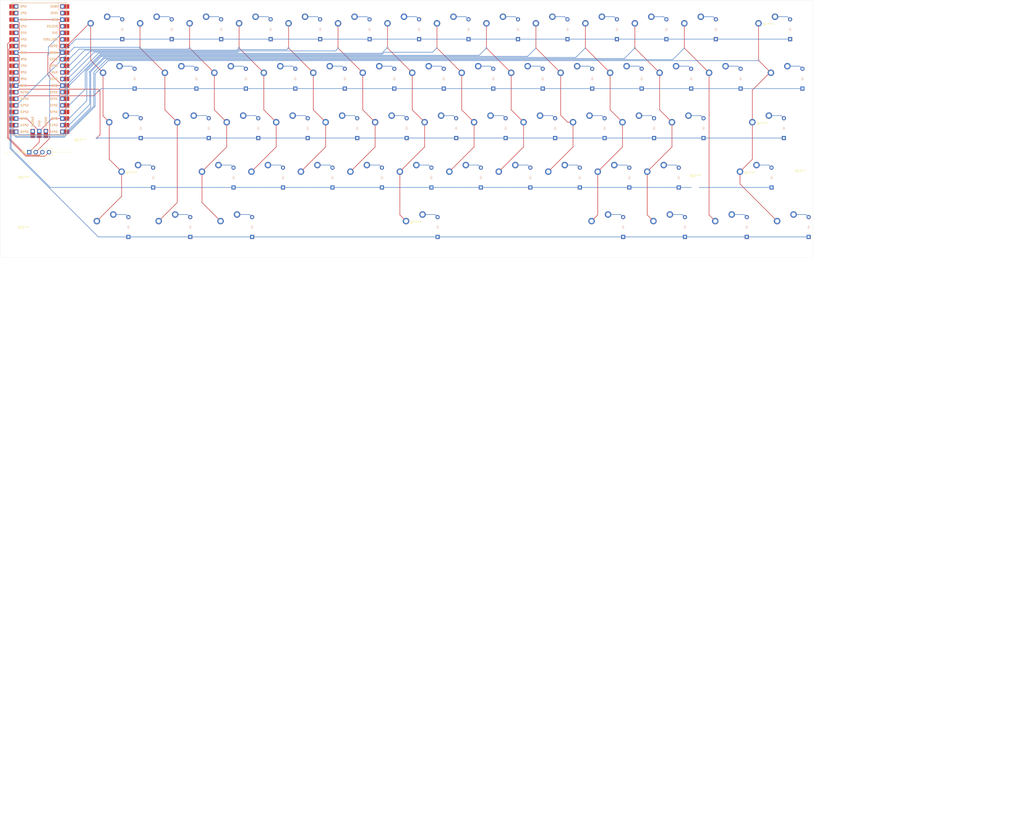
<source format=kicad_pcb>
(kicad_pcb (version 20241229) (generator "pcbnew") (generator_version "9.0")
  (layers (0 "F.Cu" signal) (2 "B.Cu" signal) (13 "F.Paste" user) (15 "B.Paste" user) (5 "F.SilkS" user "F.Silkscreen") (7 "B.SilkS" user "B.Silkscreen") (1 "F.Mask" user) (3 "B.Mask" user) (25 "Edge.Cuts" user))
  (net 0 "")
  (net 1 "Net-(D1-A)")
  (net 2 "ROW 0")
  (net 3 "Net-(D2-A)")
  (net 4 "ROW 2")
  (net 5 "ROW 3")
  (net 6 "Net-(D3-A)")
  (net 7 "ROW 1")
  (net 8 "Net-(D4-A)")
  (net 9 "ROW 4")
  (net 10 "Net-(D5-A)")
  (net 11 "Net-(D6-A)")
  (net 12 "Net-(D7-A)")
  (net 13 "Net-(D8-A)")
  (net 14 "Net-(D10-A)")
  (net 15 "Net-(D11-A)")
  (net 16 "Net-(D12-A)")
  (net 17 "Net-(D13-A)")
  (net 18 "Net-(D14-A)")
  (net 19 "Net-(D15-A)")
  (net 20 "Net-(D16-A)")
  (net 21 "Net-(D17-A)")
  (net 22 "Net-(D18-A)")
  (net 23 "Net-(D19-A)")
  (net 24 "Net-(D21-A)")
  (net 25 "Net-(D22-A)")
  (net 26 "Net-(D23-A)")
  (net 27 "Net-(D24-A)")
  (net 28 "Net-(D26-A)")
  (net 29 "Net-(D27-A)")
  (net 30 "Net-(D28-A)")
  (net 31 "Net-(D29-A)")
  (net 32 "Net-(D31-A)")
  (net 33 "Net-(D32-A)")
  (net 34 "Net-(D33-A)")
  (net 35 "Net-(D34-A)")
  (net 36 "Net-(D35-A)")
  (net 37 "Net-(D36-A)")
  (net 38 "Net-(D37-A)")
  (net 39 "Net-(D38-A)")
  (net 40 "Net-(D39-A)")
  (net 41 "Net-(D41-A)")
  (net 42 "Net-(D42-A)")
  (net 43 "Net-(D43-A)")
  (net 44 "Net-(D44-A)")
  (net 45 "Net-(D46-A)")
  (net 46 "Net-(D47-A)")
  (net 47 "Net-(D48-A)")
  (net 48 "Net-(D49-A)")
  (net 49 "Net-(D51-A)")
  (net 50 "Net-(D52-A)")
  (net 51 "Net-(D53-A)")
  (net 52 "Net-(D54-A)")
  (net 53 "Net-(D55-A)")
  (net 54 "Net-(D56-A)")
  (net 55 "Net-(D57-A)")
  (net 56 "Net-(D58-A)")
  (net 57 "Net-(D59-A)")
  (net 58 "Net-(D60-A)")
  (net 59 "Net-(D65-A)")
  (net 60 "Net-(D66-A)")
  (net 61 "Net-(D69-A)")
  (net 62 "Net-(D70-A)")
  (net 63 "Net-(D71-A)")
  (net 64 "Net-(D72-A)")
  (net 65 "Net-(D73-A)")
  (net 66 "Net-(D74-A)")
  (net 67 "COL 0")
  (net 68 "COL 1")
  (net 69 "COL 2")
  (net 70 "COL 3")
  (net 71 "COL 4")
  (net 72 "COL 5")
  (net 73 "COL 6")
  (net 74 "COL 7")
  (net 75 "COL 8")
  (net 76 "COL 9")
  (net 77 "COL 10")
  (net 78 "COL 11")
  (net 79 "COL 12")
  (net 80 "COL 13")
  (net 82 "GND")
  (net 94 "Net-(J1-Pin_2)")
  (net 95 "Net-(J1-Pin_3)")
  (net 96 "Net-(J1-Pin_4)")
  (footprint "ScottoKeebs_Scotto:MX_Solder_1.00u" (layer "F.Cu") (at 66.675 57.15)
    (property "Reference" "SW16" (hide yes))
    (property "Value" "SW_Push")
  )
  (footprint "MountingHole:MountingHole_3mm" (layer "F.Cu") (at 307.6 96.5)
    (property "Reference" "REF**")
    (property "Value" "MountingHole_3mm")
  )
  (footprint "ScottoKeebs_Stabilizer:Stabilizer_MX_2.00u" (layer "F.Cu") (at 292.89375 76.2)
    (property "Reference" "REF**")
    (property "Value" "Stabilizer_MX_2.00u")
  )
  (footprint "ScottoKeebs_Scotto:MX_Solder_1.00u" (layer "F.Cu") (at 257.175 57.15)
    (property "Reference" "SW26" (hide yes))
    (property "Value" "SW_Push")
  )
  (footprint "ScottoKeebs_Scotto:MX_Solder_1.00u" (layer "F.Cu") (at 242.8875 76.2)
    (property "Reference" "SW39" (hide yes))
    (property "Value" "SW_Push")
  )
  (footprint "ScottoKeebs_Stabilizer:Stabilizer_MX_2.00u" (layer "F.Cu") (at 50.00625 95.25)
    (property "Reference" "REF**")
    (property "Value" "Stabilizer_MX_2.00u")
  )
  (footprint "ScottoKeebs_Scotto:MX_Solder_1.00u" (layer "F.Cu") (at 292.89375 76.2)
    (property "Reference" "SW41" (hide yes))
    (property "Value" "SW_Push")
  )
  (footprint "ScottoKeebs_Scotto:MX_Solder_1.00u" (layer "F.Cu") (at 295.275 38.1)
    (property "Reference" "SW14" (hide yes))
    (property "Value" "SW_Push")
  )
  (footprint "ScottoKeebs_Scotto:MX_Solder_1.00u" (layer "F.Cu") (at 80.9625 95.25)
    (property "Reference" "SW43" (hide yes))
    (property "Value" "SW_Push")
  )
  (footprint "ScottoKeebs_Scotto:MX_Solder_1.00u" (layer "F.Cu") (at 95.25 38.1)
    (property "Reference" "SW4" (hide yes))
    (property "Value" "SW_Push")
  )
  (footprint "ScottoKeebs_Stabilizer:Stabilizer_MX_2.00u" (layer "F.Cu") (at 288.13125 95.25)
    (property "Reference" "REF**")
    (property "Value" "Stabilizer_MX_2.00u")
  )
  (footprint "ScottoKeebs_Scotto:MX_Solder_1.00u" (layer "F.Cu") (at 161.925 57.15)
    (property "Reference" "SW21" (hide yes))
    (property "Value" "SW_Push")
  )
  (footprint "ScottoKeebs_Scotto:MX_Solder_1.00u" (layer "F.Cu") (at 238.125 57.15)
    (property "Reference" "SW25" (hide yes))
    (property "Value" "SW_Push")
  )
  (footprint "ScottoKeebs_Scotto:MX_Solder_1.00u" (layer "F.Cu") (at 190.5 38.1)
    (property "Reference" "SW9" (hide yes))
    (property "Value" "SW_Push")
  )
  (footprint "ScottoKeebs_Scotto:MX_Solder_1.00u" (layer "F.Cu") (at 40.48125 114.3)
    (property "Reference" "SW54" (hide yes))
    (property "Value" "SW_Push")
  )
  (footprint "ScottoKeebs_Scotto:MX_Solder_1.00u" (layer "F.Cu") (at 38.1 38.1)
    (property "Reference" "SW1" (hide yes))
    (property "Value" "SW_Push")
  )
  (footprint "ScottoKeebs_Scotto:MX_Solder_1.00u" (layer "F.Cu") (at 119.0625 95.25)
    (property "Reference" "SW45" (hide yes))
    (property "Value" "SW_Push")
  )
  (footprint "ScottoKeebs_Scotto:MX_Solder_1.00u" (layer "F.Cu") (at 76.2 38.1)
    (property "Reference" "SW3" (hide yes))
    (property "Value" "SW_Push")
  )
  (footprint "MountingHole:MountingHole_3mm" (layer "F.Cu") (at 8.4 118.3)
    (property "Reference" "REF**")
    (property "Value" "MountingHole_3mm")
  )
  (footprint "ScottoKeebs_Stabilizer:Stabilizer_MX_2.00u" (layer "F.Cu") (at 295.275 38.1)
    (property "Reference" "REF**")
    (property "Value" "Stabilizer_MX_2.00u")
  )
  (footprint "ScottoKeebs_Scotto:MX_Solder_1.00u" (layer "F.Cu") (at 230.98125 114.3)
    (property "Reference" "SW58" (hide yes))
    (property "Value" "SW_Push")
  )
  (footprint "ScottoKeebs_Scotto:MX_Solder_1.00u" (layer "F.Cu") (at 195.2625 95.25)
    (property "Reference" "SW49" (hide yes))
    (property "Value" "SW_Push")
  )
  (footprint "ScottoKeebs_Scotto:MX_Solder_1.00u" (layer "F.Cu") (at 176.2125 95.25)
    (property "Reference" "SW48" (hide yes))
    (property "Value" "SW_Push")
  )
  (footprint "ScottoKeebs_Scotto:MX_Solder_1.00u" (layer "F.Cu") (at 123.825 57.15)
    (property "Reference" "SW19" (hide yes))
    (property "Value" "SW_Push")
  )
  (footprint "MountingHole:MountingHole_3mm" (layer "F.Cu") (at 8.5 99)
    (property "Reference" "REF**")
    (property "Value" "MountingHole_3mm")
  )
  (footprint "ScottoKeebs_Scotto:MX_Solder_1.00u" (layer "F.Cu") (at 266.7 38.1)
    (property "Reference" "SW13" (hide yes))
    (property "Value" "SW_Push")
  )
  (footprint "ScottoKeebs_Scotto:MX_Solder_1.00u" (layer "F.Cu") (at 128.5875 76.2)
    (property "Reference" "SW33" (hide yes))
    (property "Value" "SW_Push")
  )
  (footprint "ScottoKeebs_Scotto:MX_Solder_1.00u" (layer "F.Cu") (at 166.6875 76.2)
    (property "Reference" "SW35" (hide yes))
    (property "Value" "SW_Push")
  )
  (footprint "ScottoKeebs_Scotto:MX_Solder_1.00u" (layer "F.Cu") (at 278.60625 114.3)
    (property "Reference" "SW60" (hide yes))
    (property "Value" "SW_Push")
  )
  (footprint "ScottoKeebs_Scotto:MX_Solder_1.00u" (layer "F.Cu") (at 90.4875 76.2)
    (property "Reference" "SW31" (hide yes))
    (property "Value" "SW_Push")
  )
  (footprint "ScottoKeebs_Scotto:MX_Solder_1.00u" (layer "F.Cu") (at 302.41875 114.3)
    (property "Reference" "SW61" (hide yes))
    (property "Value" "SW_Push")
  )
  (footprint "ScottoKeebs_Scotto:MX_Solder_1.00u" (layer "F.Cu") (at 223.8375 76.2)
    (property "Reference" "SW38" (hide yes))
    (property "Value" "SW_Push")
  )
  (footprint "ScottoKeebs_Scotto:MX_Solder_1.00u" (layer "F.Cu") (at 185.7375 76.2)
    (property "Reference" "SW36" (hide yes))
    (property "Value" "SW_Push")
  )
  (footprint "MountingHole:MountingHole_3mm" (layer "F.Cu") (at 30.2 84.6)
    (property "Reference" "REF**")
    (property "Value" "MountingHole_3mm")
  )
  (footprint "ScottoKeebs_Scotto:MX_Solder_1.00u" (layer "F.Cu") (at 214.3125 95.25)
    (property "Reference" "SW50" (hide yes))
    (property "Value" "SW_Push")
  )
  (footprint "ScottoKeebs_Scotto:MX_Solder_1.00u" (layer "F.Cu") (at 228.6 38.1)
    (property "Reference" "SW11" (hide yes))
    (property "Value" "SW_Push")
  )
  (footprint "ScottoKeebs_Scotto:MX_Solder_1.00u" (layer "F.Cu") (at 288.13125 95.25)
    (property "Reference" "SW53" (hide yes))
    (property "Value" "SW_Push")
  )
  (footprint "ScottoKeebs_Scotto:MX_Solder_1.00u" (layer "F.Cu") (at 247.65 38.1)
    (property "Reference" "SW12" (hide yes))
    (property "Value" "SW_Push")
  )
  (footprint "ScottoKeebs_Scotto:MX_Solder_1.00u" (layer "F.Cu") (at 180.975 57.15)
    (property "Reference" "SW22" (hide yes))
    (property "Value" "SW_Push")
  )
  (footprint "ScottoKeebs_Scotto:MX_Solder_1.00u" (layer "F.Cu") (at 71.4375 76.2)
    (property "Reference" "SW30" (hide yes))
    (property "Value" "SW_Push")
  )
  (footprint "ScottoKeebs_Scotto:MX_Solder_1.00u" (layer "F.Cu") (at 133.35 38.1)
    (property "Reference" "SW6" (hide yes))
    (property "Value" "SW_Push")
  )
  (footprint "ScottoKeebs_Scotto:MX_Solder_1.00u" (layer "F.Cu") (at 100.0125 95.25)
    (property "Reference" "SW44" (hide yes))
    (property "Value" "SW_Push")
  )
  (footprint "ScottoKeebs_Scotto:MX_Solder_1.00u" (layer "F.Cu") (at 200.025 57.15)
    (property "Reference" "SW23" (hide yes))
    (property "Value" "SW_Push")
  )
  (footprint "ScottoKeebs_Scotto:MX_Solder_1.00u" (layer "F.Cu") (at 64.29375 114.3)
    (property "Reference" "SW55" (hide yes))
    (property "Value" "SW_Push")
  )
  (footprint "ScottoKeebs_Scotto:MX_Solder_1.00u" (layer "F.Cu") (at 104.775 57.15)
    (property "Reference" "SW18" (hide yes))
    (property "Value" "SW_Push")
  )
  (footprint "ScottoKeebs_Scotto:MX_Solder_1.00u" (layer "F.Cu") (at 114.3 38.1)
    (property "Reference" "SW5" (hide yes))
    (property "Value" "SW_Push")
  )
  (footprint "ScottoKeebs_Scotto:MX_Solder_1.00u" (layer "F.Cu") (at 152.4 38.1)
    (property "Reference" "SW7" (hide yes))
    (property "Value" "SW_Push")
  )
  (footprint "ScottoKeebs_Scotto:MX_Solder_1.00u" (layer "F.Cu") (at 138.1125 95.25)
    (property "Reference" "SW46" (hide yes))
    (property "Value" "SW_Push")
  )
  (footprint "ScottoKeebs_Scotto:MX_Solder_1.00u" (layer "F.Cu") (at 88.10625 114.3)
    (property "Reference" "SW56" (hide yes))
    (property "Value" "SW_Push")
  )
  (footprint "ScottoKeebs_MCU:Raspberry_Pi_Pico" (layer "F.Cu") (at 14.51 53.2)
    (property "Reference" "U1" (hide yes))
    (property "Value" "Raspberry_Pi_Pico" (hide yes))
  )
  (footprint "ScottoKeebs_Scotto:MX_Solder_1.00u" (layer "F.Cu") (at 42.8625 57.15)
    (property "Reference" "SW15" (hide yes))
    (property "Value" "SW_Push")
  )
  (footprint "ScottoKeebs_Scotto:MX_Solder_1.00u" (layer "F.Cu") (at 147.6375 76.2)
    (property "Reference" "SW34" (hide yes))
    (property "Value" "SW_Push")
  )
  (footprint "ScottoKeebs_Scotto:MX_Solder_1.00u" (layer "F.Cu") (at 50.00625 95.25)
    (property "Reference" "SW42" (hide yes))
    (property "Value" "SW_Push")
  )
  (footprint "MountingHole:MountingHole_3mm" (layer "F.Cu") (at 267.1 98.4)
    (property "Reference" "REF**")
    (property "Value" "MountingHole_3mm")
  )
  (footprint "ScottoKeebs_Stabilizer:Stabilizer_MX_6.25u" (layer "F.Cu") (at 159.54375 114.3)
    (property "Reference" "REF**")
    (property "Value" "Stabilizer_MX_6.25u")
  )
  (footprint "ScottoKeebs_Scotto:MX_Solder_1.00u" (layer "F.Cu") (at 171.45 38.1)
    (property "Reference" "SW8" (hide yes))
    (property "Value" "SW_Push")
  )
  (footprint "ScottoKeebs_Scotto:MX_Solder_1.00u" (layer "F.Cu") (at 261.9375 76.2)
    (property "Reference" "SW40" (hide yes))
    (property "Value" "SW_Push")
  )
  (footprint "ScottoKeebs_Scotto:MX_Solder_1.00u" (layer "F.Cu") (at 204.7875 76.2)
    (property "Reference" "SW37" (hide yes))
    (property "Value" "SW_Push")
  )
  (footprint "ScottoKeebs_Scotto:MX_Solder_1.00u" (layer "F.Cu") (at 85.725 57.15)
    (property "Reference" "SW17" (hide yes))
    (property "Value" "SW_Push")
  )
  (footprint "ScottoKeebs_Scotto:MX_Solder_1.00u" (layer "F.Cu") (at 159.54375 114.3)
    (property "Reference" "SW57" (hide yes))
    (property "Value" "SW_Push")
  )
  (footprint "ScottoKeebs_Scotto:MX_Solder_1.00u" (layer "F.Cu") (at 209.55 38.1)
    (property "Reference" "SW10" (hide yes))
    (property "Value" "SW_Push")
  )
  (footprint "ScottoKeebs_Scotto:MX_Solder_1.00u" (layer "F.Cu") (at 276.225 57.15)
    (property "Reference" "SW27" (hide yes))
    (property "Value" "SW_Push")
  )
  (footprint "Connector_PinHeader_2.54mm:PinHeader_1x04_P2.54mm_Vertical" (layer "F.Cu") (at 10.62 85.2 90)
    (property "Reference" "J1")
    (property "Value" "Conn_01x04")
  )
  (footprint "ScottoKeebs_Scotto:MX_Solder_1.00u" (layer "F.Cu") (at 252.4125 95.25)
    (property "Reference" "SW52" (hide yes))
    (property "Value" "SW_Push")
  )
  (footprint "ScottoKeebs_Scotto:MX_Solder_1.00u" (layer "F.Cu") (at 254.79375 114.3)
    (property "Reference" "SW59" (hide yes))
    (property "Value" "SW_Push")
  )
  (footprint "ScottoKeebs_Scotto:MX_Solder_1.00u" (layer "F.Cu") (at 233.3625 95.25)
    (property "Reference" "SW51" (hide yes))
    (property "Value" "SW_Push")
  )
  (footprint "ScottoKeebs_Scotto:MX_Solder_1.00u" (layer "F.Cu") (at 45.24375 76.2)
    (property "Reference" "SW29" (hide yes))
    (property "Value" "SW_Push")
  )
  (footprint "ScottoKeebs_Scotto:MX_Solder_1.00u" (layer "F.Cu") (at 142.875 57.15)
    (property "Reference" "SW20" (hide yes))
    (property "Value" "SW_Push")
  )
  (footprint "ScottoKeebs_Scotto:MX_Solder_1.00u" (layer "F.Cu") (at 300.0375 57.15)
    (property "Reference" "SW28" (hide yes))
    (property "Value" "SW_Push")
  )
  (footprint "ScottoKeebs_Scotto:MX_Solder_1.00u" (layer "F.Cu") (at 219.075 57.15)
    (property "Reference" "SW24" (hide yes))
    (property "Value" "SW_Push")
  )
  (footprint "ScottoKeebs_Scotto:MX_Solder_1.00u" (layer "F.Cu") (at 109.5375 76.2)
    (property "Reference" "SW32" (hide yes))
    (property "Value" "SW_Push")
  )
  (footprint "ScottoKeebs_Scotto:MX_Solder_1.00u" (layer "F.Cu") (at 157.1625 95.25)
    (property "Reference" "SW47" (hide yes))
    (property "Value" "SW_Push")
  )
  (footprint "ScottoKeebs_Scotto:MX_Solder_1.00u" (layer "F.Cu") (at 57.15 38.1)
    (property "Reference" "SW2" (hide yes))
    (property "Value" "SW_Push")
  )
  (footprint "ScottoKeebs_Components:Diode_DO-35" (layer "B.Cu") (at 136.925 79.75 90)
    (property "Reference" "D23" (hide yes))
    (property "Value" "D" (hide yes))
  )
  (footprint "ScottoKeebs_Components:Diode_DO-35" (layer "B.Cu") (at 89.3 98.8 90)
    (property "Reference" "D14" (hide yes))
    (property "Value" "D" (hide yes))
  )
  (footprint "ScottoKeebs_Components:Diode_DO-35" (layer "B.Cu") (at 94.0625 60.7 90)
    (property "Reference" "D12" (hide yes))
    (property "Value" "D" (hide yes))
  )
  (footprint "ScottoKeebs_Components:Diode_DO-35" (layer "B.Cu") (at 284.5625 60.7 90)
    (property "Reference" "D66" (hide yes))
    (property "Value" "D" (hide yes))
  )
  (footprint "ScottoKeebs_Components:Diode_DO-35" (layer "B.Cu") (at 170.2625 60.7 90)
    (property "Reference" "D32" (hide yes))
    (property "Value" "D" (hide yes))
  )
  (footprint "ScottoKeebs_Components:Diode_DO-35" (layer "B.Cu") (at 208.3625 60.7 90)
    (property "Reference" "D42" (hide yes))
    (property "Value" "D" (hide yes))
  )
  (footprint "ScottoKeebs_Components:Diode_DO-35" (layer "B.Cu") (at 184.55 98.8 90)
    (property "Reference" "D39" (hide yes))
    (property "Value" "D" (hide yes))
  )
  (footprint "ScottoKeebs_Components:Diode_DO-35" (layer "B.Cu") (at 265.5125 60.7 90)
    (property "Reference" "D57" (hide yes))
    (property "Value" "D" (hide yes))
  )
  (footprint "ScottoKeebs_Components:Diode_DO-35" (layer "B.Cu") (at 263.13125 117.85 90)
    (property "Reference" "D60" (hide yes))
    (property "Value" "D" (hide yes))
  )
  (footprint "ScottoKeebs_Components:Diode_DO-35" (layer "B.Cu") (at 308.375 60.7 90)
    (property "Reference" "D71" (hide yes))
    (property "Value" "D" (hide yes))
  )
  (footprint "ScottoKeebs_Components:Diode_DO-35" (layer "B.Cu") (at 217.8875 41.65 90)
    (property "Reference" "D46" (hide yes))
    (property "Value" "D" (hide yes))
  )
  (footprint "ScottoKeebs_Components:Diode_DO-35" (layer "B.Cu") (at 286.94375 117.85 90)
    (property "Reference" "D69" (hide yes))
    (property "Value" "D" (hide yes))
  )
  (footprint "ScottoKeebs_Components:Diode_DO-35" (layer "B.Cu") (at 227.4125 60.7 90)
    (property "Reference" "D47" (hide yes))
    (property "Value" "D" (hide yes))
  )
  (footprint "ScottoKeebs_Components:Diode_DO-35" (layer "B.Cu") (at 236.9375 41.65 90)
    (property "Reference" "D51" (hide yes))
    (property "Value" "D" (hide yes))
  )
  (footprint "ScottoKeebs_Components:Diode_DO-35" (layer "B.Cu") (at 108.35 98.8 90)
    (property "Reference" "D19" (hide yes))
    (property "Value" "D" (hide yes))
  )
  (footprint "ScottoKeebs_Components:Diode_DO-35" (layer "B.Cu") (at 260.75 98.8 90)
    (property "Reference" "D59" (hide yes))
    (property "Value" "D" (hide yes))
  )
  (footprint "ScottoKeebs_Components:Diode_DO-35" (layer "B.Cu") (at 198.8375 41.65 90)
    (property "Reference" "D41" (hide yes))
    (property "Value" "D" (hide yes))
  )
  (footprint "ScottoKeebs_Components:Diode_DO-35" (layer "B.Cu") (at 46.4375 41.65 90)
    (property "Reference" "D1" (hide yes))
    (property "Value" "D" (hide yes))
  )
  (footprint "ScottoKeebs_Components:Diode_DO-35" (layer "B.Cu") (at 75.0125 60.7 90)
    (property "Reference" "D7" (hide yes))
    (property "Value" "D" (hide yes))
  )
  (footprint "ScottoKeebs_Components:Diode_DO-35" (layer "B.Cu") (at 96.44375 117.85 90)
    (property "Reference" "D15" (hide yes))
    (property "Value" "D" (hide yes))
  )
  (footprint "ScottoKeebs_Components:Diode_DO-35" (layer "B.Cu") (at 141.6875 41.65 90)
    (property "Reference" "D26" (hide yes))
    (property "Value" "D" (hide yes))
  )
  (footprint "ScottoKeebs_Components:Diode_DO-35" (layer "B.Cu") (at 151.2125 60.7 90)
    (property "Reference" "D27" (hide yes))
    (property "Value" "D" (hide yes))
  )
  (footprint "ScottoKeebs_Components:Diode_DO-35" (layer "B.Cu") (at 222.65 98.8 90)
    (property "Reference" "D49" (hide yes))
    (property "Value" "D" (hide yes))
  )
  (footprint "ScottoKeebs_Components:Diode_DO-35" (layer "B.Cu") (at 203.6 98.8 90)
    (property "Reference" "D44" (hide yes))
    (property "Value" "D" (hide yes))
  )
  (footprint "ScottoKeebs_Components:Diode_DO-35" (layer "B.Cu") (at 72.63125 117.85 90)
    (property "Reference" "D10" (hide yes))
    (property "Value" "D" (hide yes))
  )
  (footprint "ScottoKeebs_Components:Diode_DO-35" (layer "B.Cu") (at 155.975 79.75 90)
    (property "Reference" "D28" (hide yes))
    (property "Value" "D" (hide yes))
  )
  (footprint "ScottoKeebs_Components:Diode_DO-35" (layer "B.Cu") (at 310.75625 117.85 90)
    (property "Reference" "D74" (hide yes))
    (property "Value" "D" (hide yes))
  )
  (footprint "ScottoKeebs_Components:Diode_DO-35" (layer "B.Cu") (at 303.6125 41.65 90)
    (property "Reference" "D70" (hide yes))
    (property "Value" "D" (hide yes))
  )
  (footprint "ScottoKeebs_Components:Diode_DO-35" (layer "B.Cu") (at 239.31875 117.85 90)
    (property "Reference" "D55" (hide yes))
    (property "Value" "D" (hide yes))
  )
  (footprint "ScottoKeebs_Components:Diode_DO-35" (layer "B.Cu") (at 113.1125 60.7 90)
    (property "Reference" "D17" (hide yes))
    (property "Value" "D" (hide yes))
  )
  (footprint "ScottoKeebs_Components:Diode_DO-35" (layer "B.Cu") (at 167.88125 117.85 90)
    (property "Reference" "D35" (hide yes))
    (property "Value" "D" (hide yes))
  )
  (footprint "ScottoKeebs_Components:Diode_DO-35" (layer "B.Cu") (at 103.5875 41.65 90)
    (property "Reference" "D16" (hide yes))
    (property "Value" "D" (hide yes))
  )
  (footprint "ScottoKeebs_Components:Diode_DO-35" (layer "B.Cu") (at 58.34375 98.8 90)
    (property "Reference" "D3" (hide yes))
    (property "Value" "D" (hide yes))
  )
  (footprint "ScottoKeebs_Components:Diode_DO-35" (layer "B.Cu") (at 296.46875 98.8 90)
    (property "Reference" "D73" (hide yes))
    (property "Value" "D" (hide yes))
  )
  (footprint "ScottoKeebs_Components:Diode_DO-35" (layer "B.Cu") (at 65.4875 41.65 90)
    (property "Reference" "D6" (hide yes))
    (property "Value" "D" (hide yes))
  )
  (footprint "ScottoKeebs_Components:Diode_DO-35" (layer "B.Cu") (at 175.025 79.75 90)
    (property "Reference" "D33" (hide yes))
    (property "Value" "D" (hide yes))
  )
  (footprint "ScottoKeebs_Components:Diode_DO-35" (layer "B.Cu") (at 84.5375 41.65 90)
    (property "Reference" "D11" (hide yes))
    (property "Value" "D" (hide yes))
  )
  (footprint "ScottoKeebs_Components:Diode_DO-35" (layer "B.Cu") (at 51.2 60.7 90)
    (property "Reference" "D4" (hide yes))
    (property "Value" "D" (hide yes))
  )
  (footprint "ScottoKeebs_Components:Diode_DO-35" (layer "B.Cu") (at 232.175 79.75 90)
    (property "Reference" "D48" (hide yes))
    (property "Value" "D" (hide yes))
  )
  (footprint "ScottoKeebs_Components:Diode_DO-35" (layer "B.Cu") (at 132.1625 60.7 90)
    (property "Reference" "D22" (hide yes))
    (property "Value" "D" (hide yes))
  )
  (footprint "ScottoKeebs_Components:Diode_DO-35" (layer "B.Cu") (at 165.5 98.8 90)
    (property "Reference" "D34" (hide yes))
    (property "Value" "D" (hide yes))
  )
  (footprint "ScottoKeebs_Components:Diode_DO-35" (layer "B.Cu") (at 122.6375 41.65 90)
    (property "Reference" "D21" (hide yes))
    (property "Value" "D" (hide yes))
  )
  (footprint "ScottoKeebs_Components:Diode_DO-35" (layer "B.Cu") (at 270.275 79.75 90)
    (property "Reference" "D58" (hide yes))
    (property "Value" "D" (hide yes))
  )
  (footprint "ScottoKeebs_Components:Diode_DO-35" (layer "B.Cu") (at 179.7875 41.65 90)
    (property "Reference" "D36" (hide yes))
    (property "Value" "D" (hide yes))
  )
  (footprint "ScottoKeebs_Components:Diode_DO-35" (layer "B.Cu") (at 301.23125 79.75 90)
    (property "Reference" "D72" (hide yes))
    (property "Value" "D" (hide yes))
  )
  (footprint "ScottoKeebs_Components:Diode_DO-35" (layer "B.Cu") (at 189.3125 60.7 90)
    (property "Reference" "D37" (hide yes))
    (property "Value" "D" (hide yes))
  )
  (footprint "ScottoKeebs_Components:Diode_DO-35" (layer "B.Cu") (at 255.9875 41.65 90)
    (property "Reference" "D56" (hide yes))
    (property "Value" "D" (hide yes))
  )
  (footprint "ScottoKeebs_Components:Diode_DO-35" (layer "B.Cu") (at 117.875 79.75 90)
    (property "Reference" "D18" (hide yes))
    (property "Value" "D" (hide yes))
  )
  (footprint "ScottoKeebs_Components:Diode_DO-35" (layer "B.Cu") (at 53.58125 79.75 90)
    (property "Reference" "D2" (hide yes))
    (property "Value" "D" (hide yes))
  )
  (footprint "ScottoKeebs_Components:Diode_DO-35" (layer "B.Cu") (at 251.225 79.75 90)
    (property "Reference" "D53" (hide yes))
    (property "Value" "D" (hide yes))
  )
  (footprint "ScottoKeebs_Components:Diode_DO-35" (layer "B.Cu") (at 146.45 98.8 90)
    (property "Reference" "D29" (hide yes))
    (property "Value" "D" (hide yes))
  )
  (footprint "ScottoKeebs_Components:Diode_DO-35" (layer "B.Cu") (at 275.0375 41.65 90)
    (property "Reference" "D65" (hide yes))
    (property "Value" "D" (hide yes))
  )
  (footprint "ScottoKeebs_Components:Diode_DO-35" (layer "B.Cu") (at 241.7 98.8 90)
    (property "Reference" "D54" (hide yes))
    (property "Value" "D" (hide yes))
  )
  (footprint "ScottoKeebs_Components:Diode_DO-35" (layer "B.Cu") (at 213.125 79.75 90)
    (property "Reference" "D43" (hide yes))
    (property "Value" "D" (hide yes))
  )
  (footprint "ScottoKeebs_Components:Diode_DO-35" (layer "B.Cu") (at 98.825 79.75 90)
    (property "Reference" "D13" (hide yes))
    (property "Value" "D" (hide yes))
  )
  (footprint "ScottoKeebs_Components:Diode_DO-35" (layer "B.Cu") (at 127.4 98.8 90)
    (property "Reference" "D24" (hide yes))
    (property "Value" "D" (hide yes))
  )
  (footprint "ScottoKeebs_Components:Diode_DO-35" (layer "B.Cu") (at 79.775 79.75 90)
    (property "Reference" "D8" (hide yes))
    (property "Value" "D" (hide yes))
  )
  (footprint "ScottoKeebs_Components:Diode_DO-35" (layer "B.Cu") (at 246.4625 60.7 90)
    (property "Reference" "D52" (hide yes))
    (property "Value" "D" (hide yes))
  )
  (footprint "ScottoKeebs_Components:Diode_DO-35" (layer "B.Cu") (at 194.075 79.75 90)
    (property "Reference" "D38" (hide yes))
    (property "Value" "D" (hide yes))
  )
  (footprint "ScottoKeebs_Components:Diode_DO-35" (layer "B.Cu") (at 48.81875 117.85 90)
    (property "Reference" "D5" (hide yes))
    (property "Value" "D" (hide yes))
  )
  (footprint "ScottoKeebs_Components:Diode_DO-35" (layer "B.Cu") (at 160.7375 41.65 90)
    (property "Reference" "D31" (hide yes))
    (property "Value" "D" (hide yes))
  )
  (gr_line (start 28 85.2) (end 18.2 85.2) (stroke (width 0.1)) (layer "F.SilkS"))
  (gr_line (start 10.7 85.2) (end 0.9 85.2) (stroke (width 0.1)) (layer "F.SilkS"))
  (gr_rect (start -0.6 26.6) (end 312.3 125.8) (stroke (width 0.05)) (fill no) (layer "Edge.Cuts"))
  (segment (start 45.4275 33.02) (end 46.4375 34.03) (width 0.2) (layer "B.Cu") (net 1))
  (segment (start 40.64 33.02) (end 45.4275 33.02) (width 0.2) (layer "B.Cu") (net 1))
  (segment (start 303.6125 41.65) (end 46.4375 41.65) (width 0.2) (layer "B.Cu") (net 2))
  (segment (start 22.249 50.541) (end 5.62 67.17) (width 0.2) (layer "B.Cu") (net 2))
  (segment (start 22.249 45.699) (end 22.249 50.541) (width 0.2) (layer "B.Cu") (net 2))
  (segment (start 28.6 41.65) (end 24.551 45.699) (width 0.2) (layer "B.Cu") (net 2))
  (segment (start 46.4375 41.65) (end 28.6 41.65) (width 0.2) (layer "B.Cu") (net 2))
  (segment (start 24.551 45.699) (end 22.249 45.699) (width 0.2) (layer "B.Cu") (net 2))
  (segment (start 47.78375 71.12) (end 52.57125 71.12) (width 0.2) (layer "B.Cu") (net 3))
  (segment (start 52.57125 71.12) (end 53.58125 72.13) (width 0.2) (layer "B.Cu") (net 3))
  (segment (start 36.6 79.8) (end 37.901 78.499) (width 0.2) (layer "F.Cu") (net 4))
  (segment (start 37.901 78.499) (end 37.901 61.451057) (width 0.2) (layer "F.Cu") (net 4))
  (segment (start 6.771 60.939) (end 5.62 62.09) (width 0.2) (layer "F.Cu") (net 4))
  (segment (start 37.901 61.451057) (end 37.388943 60.939) (width 0.2) (layer "F.Cu") (net 4))
  (segment (start 37.388943 60.939) (end 6.771 60.939) (width 0.2) (layer "F.Cu") (net 4))
  (via (at 36.6 79.8) (size 0.6) (drill 0.3) (layers "F.Cu" "B.Cu") (net 4))
  (segment (start 301.23125 79.75) (end 53.58125 79.75) (width 0.2) (layer "B.Cu") (net 4))
  (segment (start 36.65 79.75) (end 36.6 79.8) (width 0.2) (layer "B.Cu") (net 4))
  (segment (start 53.58125 79.75) (end 36.65 79.75) (width 0.2) (layer "B.Cu") (net 4))
  (segment (start 18.734524 98.8) (end 3.667 83.732476) (width 0.2) (layer "B.Cu") (net 5))
  (segment (start 58.34375 98.8) (end 18.734524 98.8) (width 0.2) (layer "B.Cu") (net 5))
  (segment (start 3.667 83.732476) (end 3.667 58.963) (width 0.2) (layer "B.Cu") (net 5))
  (segment (start 3.667 58.963) (end 5.62 57.01) (width 0.2) (layer "B.Cu") (net 5))
  (segment (start 58.34375 98.8) (end 296.46875 98.8) (width 0.2) (layer "B.Cu") (net 5))
  (segment (start 52.54625 90.17) (end 57.33375 90.17) (width 0.2) (layer "B.Cu") (net 6))
  (segment (start 57.33375 90.17) (end 58.34375 91.18) (width 0.2) (layer "B.Cu") (net 6))
  (segment (start 6.771 63.479) (end 5.62 64.63) (width 0.2) (layer "F.Cu") (net 7))
  (segment (start 35.521 63.479) (end 6.771 63.479) (width 0.2) (layer "F.Cu") (net 7))
  (segment (start 37.3 61.7) (end 35.521 63.479) (width 0.2) (layer "F.Cu") (net 7))
  (via (at 37.3 61.7) (size 0.6) (drill 0.3) (layers "F.Cu" "B.Cu") (net 7))
  (segment (start 51.2 60.7) (end 308.375 60.7) (width 0.2) (layer "B.Cu") (net 7))
  (segment (start 38.3 60.7) (end 37.3 61.7) (width 0.2) (layer "B.Cu") (net 7))
  (segment (start 51.2 60.7) (end 38.3 60.7) (width 0.2) (layer "B.Cu") (net 7))
  (segment (start 45.4025 52.07) (end 50.19 52.07) (width 0.2) (layer "B.Cu") (net 8))
  (segment (start 50.19 52.07) (end 51.2 53.08) (width 0.2) (layer "B.Cu") (net 8))
  (segment (start 3.266 83.898576) (end 3.266 56.824) (width 0.2) (layer "B.Cu") (net 9))
  (segment (start 3.266 56.824) (end 5.62 54.47) (width 0.2) (layer "B.Cu") (net 9))
  (segment (start 37.217424 117.85) (end 3.266 83.898576) (width 0.2) (layer "B.Cu") (net 9))
  (segment (start 310.75625 117.85) (end 48.81875 117.85) (width 0.2) (layer "B.Cu") (net 9))
  (segment (start 48.81875 117.85) (end 37.217424 117.85) (width 0.2) (layer "B.Cu") (net 9))
  (segment (start 47.80875 109.22) (end 48.81875 110.23) (width 0.2) (layer "B.Cu") (net 10))
  (segment (start 43.02125 109.22) (end 47.80875 109.22) (width 0.2) (layer "B.Cu") (net 10))
  (segment (start 59.69 33.02) (end 64.4775 33.02) (width 0.2) (layer "B.Cu") (net 11))
  (segment (start 64.4775 33.02) (end 65.4875 34.03) (width 0.2) (layer "B.Cu") (net 11))
  (segment (start 69.215 52.07) (end 74.0025 52.07) (width 0.2) (layer "B.Cu") (net 12))
  (segment (start 74.0025 52.07) (end 75.0125 53.08) (width 0.2) (layer "B.Cu") (net 12))
  (segment (start 73.9775 71.12) (end 78.765 71.12) (width 0.2) (layer "B.Cu") (net 13))
  (segment (start 78.765 71.12) (end 79.775 72.13) (width 0.2) (layer "B.Cu") (net 13))
  (segment (start 66.83375 109.22) (end 71.62125 109.22) (width 0.2) (layer "B.Cu") (net 14))
  (segment (start 71.62125 109.22) (end 72.63125 110.23) (width 0.2) (layer "B.Cu") (net 14))
  (segment (start 78.74 33.02) (end 83.5275 33.02) (width 0.2) (layer "B.Cu") (net 15))
  (segment (start 83.5275 33.02) (end 84.5375 34.03) (width 0.2) (layer "B.Cu") (net 15))
  (segment (start 93.0525 52.07) (end 94.0625 53.08) (width 0.2) (layer "B.Cu") (net 16))
  (segment (start 88.265 52.07) (end 93.0525 52.07) (width 0.2) (layer "B.Cu") (net 16))
  (segment (start 93.0275 71.12) (end 97.815 71.12) (width 0.2) (layer "B.Cu") (net 17))
  (segment (start 97.815 71.12) (end 98.825 72.13) (width 0.2) (layer "B.Cu") (net 17))
  (segment (start 83.5025 90.17) (end 88.29 90.17) (width 0.2) (layer "B.Cu") (net 18))
  (segment (start 88.29 90.17) (end 89.3 91.18) (width 0.2) (layer "B.Cu") (net 18))
  (segment (start 95.43375 109.22) (end 96.44375 110.23) (width 0.2) (layer "B.Cu") (net 19))
  (segment (start 90.64625 109.22) (end 95.43375 109.22) (width 0.2) (layer "B.Cu") (net 19))
  (segment (start 102.5775 33.02) (end 103.5875 34.03) (width 0.2) (layer "B.Cu") (net 20))
  (segment (start 97.79 33.02) (end 102.5775 33.02) (width 0.2) (layer "B.Cu") (net 20))
  (segment (start 112.1025 52.07) (end 113.1125 53.08) (width 0.2) (layer "B.Cu") (net 21))
  (segment (start 107.315 52.07) (end 112.1025 52.07) (width 0.2) (layer "B.Cu") (net 21))
  (segment (start 116.865 71.12) (end 117.875 72.13) (width 0.2) (layer "B.Cu") (net 22))
  (segment (start 112.0775 71.12) (end 116.865 71.12) (width 0.2) (layer "B.Cu") (net 22))
  (segment (start 107.34 90.17) (end 108.35 91.18) (width 0.2) (layer "B.Cu") (net 23))
  (segment (start 102.5525 90.17) (end 107.34 90.17) (width 0.2) (layer "B.Cu") (net 23))
  (segment (start 121.6275 33.02) (end 122.6375 34.03) (width 0.2) (layer "B.Cu") (net 24))
  (segment (start 116.84 33.02) (end 121.6275 33.02) (width 0.2) (layer "B.Cu") (net 24))
  (segment (start 131.1525 52.07) (end 132.1625 53.08) (width 0.2) (layer "B.Cu") (net 25))
  (segment (start 126.365 52.07) (end 131.1525 52.07) (width 0.2) (layer "B.Cu") (net 25))
  (segment (start 135.915 71.12) (end 136.925 72.13) (width 0.2) (layer "B.Cu") (net 26))
  (segment (start 131.1275 71.12) (end 135.915 71.12) (width 0.2) (layer "B.Cu") (net 26))
  (segment (start 126.39 90.17) (end 127.4 91.18) (width 0.2) (layer "B.Cu") (net 27))
  (segment (start 121.6025 90.17) (end 126.39 90.17) (width 0.2) (layer "B.Cu") (net 27))
  (segment (start 140.6775 33.02) (end 141.6875 34.03) (width 0.2) (layer "B.Cu") (net 28))
  (segment (start 135.89 33.02) (end 140.6775 33.02) (width 0.2) (layer "B.Cu") (net 28))
  (segment (start 150.2025 52.07) (end 151.2125 53.08) (width 0.2) (layer "B.Cu") (net 29))
  (segment (start 145.415 52.07) (end 150.2025 52.07) (width 0.2) (layer "B.Cu") (net 29))
  (segment (start 154.965 71.12) (end 155.975 72.13) (width 0.2) (layer "B.Cu") (net 30))
  (segment (start 150.1775 71.12) (end 154.965 71.12) (width 0.2) (layer "B.Cu") (net 30))
  (segment (start 140.6525 90.17) (end 145.44 90.17) (width 0.2) (layer "B.Cu") (net 31))
  (segment (start 145.44 90.17) (end 146.45 91.18) (width 0.2) (layer "B.Cu") (net 31))
  (segment (start 159.7275 33.02) (end 160.7375 34.03) (width 0.2) (layer "B.Cu") (net 32))
  (segment (start 154.94 33.02) (end 159.7275 33.02) (width 0.2) (layer "B.Cu") (net 32))
  (segment (start 169.2525 52.07) (end 170.2625 53.08) (width 0.2) (layer "B.Cu") (net 33))
  (segment (start 164.465 52.07) (end 169.2525 52.07) (width 0.2) (layer "B.Cu") (net 33))
  (segment (start 174.015 71.12) (end 175.025 72.13) (width 0.2) (layer "B.Cu") (net 34))
  (segment (start 169.2275 71.12) (end 174.015 71.12) (width 0.2) (layer "B.Cu") (net 34))
  (segment (start 164.49 90.17) (end 165.5 91.18) (width 0.2) (layer "B.Cu") (net 35))
  (segment (start 159.7025 90.17) (end 164.49 90.17) (width 0.2) (layer "B.Cu") (net 35))
  (segment (start 166.87125 109.22) (end 167.88125 110.23) (width 0.2) (layer "B.Cu") (net 36))
  (segment (start 162.08375 109.22) (end 166.87125 109.22) (width 0.2) (layer "B.Cu") (net 36))
  (segment (start 173.99 33.02) (end 178.7775 33.02) (width 0.2) (layer "B.Cu") (net 37))
  (segment (start 178.7775 33.02) (end 179.7875 34.03) (width 0.2) (layer "B.Cu") (net 37))
  (segment (start 188.3025 52.07) (end 189.3125 53.08) (width 0.2) (layer "B.Cu") (net 38))
  (segment (start 183.515 52.07) (end 188.3025 52.07) (width 0.2) (layer "B.Cu") (net 38))
  (segment (start 193.065 71.12) (end 194.075 72.13) (width 0.2) (layer "B.Cu") (net 39))
  (segment (start 188.2775 71.12) (end 193.065 71.12) (width 0.2) (layer "B.Cu") (net 39))
  (segment (start 178.7525 90.17) (end 183.54 90.17) (width 0.2) (layer "B.Cu") (net 40))
  (segment (start 183.54 90.17) (end 184.55 91.18) (width 0.2) (layer "B.Cu") (net 40))
  (segment (start 193.04 33.02) (end 197.8275 33.02) (width 0.2) (layer "B.Cu") (net 41))
  (segment (start 197.8275 33.02) (end 198.8375 34.03) (width 0.2) (layer "B.Cu") (net 41))
  (segment (start 202.565 52.07) (end 207.3525 52.07) (width 0.2) (layer "B.Cu") (net 42))
  (segment (start 207.3525 52.07) (end 208.3625 53.08) (width 0.2) (layer "B.Cu") (net 42))
  (segment (start 207.3275 71.12) (end 212.115 71.12) (width 0.2) (layer "B.Cu") (net 43))
  (segment (start 212.115 71.12) (end 213.125 72.13) (width 0.2) (layer "B.Cu") (net 43))
  (segment (start 197.8025 90.17) (end 202.59 90.17) (width 0.2) (layer "B.Cu") (net 44))
  (segment (start 202.59 90.17) (end 203.6 91.18) (width 0.2) (layer "B.Cu") (net 44))
  (segment (start 216.8775 33.02) (end 217.8875 34.03) (width 0.2) (layer "B.Cu") (net 45))
  (segment (start 212.09 33.02) (end 216.8775 33.02) (width 0.2) (layer "B.Cu") (net 45))
  (segment (start 221.615 52.07) (end 226.4025 52.07) (width 0.2) (layer "B.Cu") (net 46))
  (segment (start 226.4025 52.07) (end 227.4125 53.08) (width 0.2) (layer "B.Cu") (net 46))
  (segment (start 226.3775 71.12) (end 231.165 71.12) (width 0.2) (layer "B.Cu") (net 47))
  (segment (start 231.165 71.12) (end 232.175 72.13) (width 0.2) (layer "B.Cu") (net 47))
  (segment (start 221.64 90.17) (end 222.65 91.18) (width 0.2) (layer "B.Cu") (net 48))
  (segment (start 216.8525 90.17) (end 221.64 90.17) (width 0.2) (layer "B.Cu") (net 48))
  (segment (start 235.9275 33.02) (end 236.9375 34.03) (width 0.2) (layer "B.Cu") (net 49))
  (segment (start 231.14 33.02) (end 235.9275 33.02) (width 0.2) (layer "B.Cu") (net 49))
  (segment (start 245.4525 52.07) (end 246.4625 53.08) (width 0.2) (layer "B.Cu") (net 50))
  (segment (start 240.665 52.07) (end 245.4525 52.07) (width 0.2) (layer "B.Cu") (net 50))
  (segment (start 250.215 71.12) (end 251.225 72.13) (width 0.2) (layer "B.Cu") (net 51))
  (segment (start 245.4275 71.12) (end 250.215 71.12) (width 0.2) (layer "B.Cu") (net 51))
  (segment (start 240.69 90.17) (end 241.7 91.18) (width 0.2) (layer "B.Cu") (net 52))
  (segment (start 235.9025 90.17) (end 240.69 90.17) (width 0.2) (layer "B.Cu") (net 52))
  (segment (start 238.30875 109.22) (end 239.31875 110.23) (width 0.2) (layer "B.Cu") (net 53))
  (segment (start 233.52125 109.22) (end 238.30875 109.22) (width 0.2) (layer "B.Cu") (net 53))
  (segment (start 254.9775 33.02) (end 255.9875 34.03) (width 0.2) (layer "B.Cu") (net 54))
  (segment (start 250.19 33.02) (end 254.9775 33.02) (width 0.2) (layer "B.Cu") (net 54))
  (segment (start 264.5025 52.07) (end 265.5125 53.08) (width 0.2) (layer "B.Cu") (net 55))
  (segment (start 259.715 52.07) (end 264.5025 52.07) (width 0.2) (layer "B.Cu") (net 55))
  (segment (start 264.4775 71.12) (end 269.265 71.12) (width 0.2) (layer "B.Cu") (net 56))
  (segment (start 269.265 71.12) (end 270.275 72.13) (width 0.2) (layer "B.Cu") (net 56))
  (segment (start 259.74 90.17) (end 260.75 91.18) (width 0.2) (layer "B.Cu") (net 57))
  (segment (start 254.9525 90.17) (end 259.74 90.17) (width 0.2) (layer "B.Cu") (net 57))
  (segment (start 257.33375 109.22) (end 262.12125 109.22) (width 0.2) (layer "B.Cu") (net 58))
  (segment (start 262.12125 109.22) (end 263.13125 110.23) (width 0.2) (layer "B.Cu") (net 58))
  (segment (start 269.24 33.02) (end 274.0275 33.02) (width 0.2) (layer "B.Cu") (net 59))
  (segment (start 274.0275 33.02) (end 275.0375 34.03) (width 0.2) (layer "B.Cu") (net 59))
  (segment (start 283.5525 52.07) (end 284.5625 53.08) (width 0.2) (layer "B.Cu") (net 60))
  (segment (start 278.765 52.07) (end 283.5525 52.07) (width 0.2) (layer "B.Cu") (net 60))
  (segment (start 281.14625 109.22) (end 285.93375 109.22) (width 0.2) (layer "B.Cu") (net 61))
  (segment (start 285.93375 109.22) (end 286.94375 110.23) (width 0.2) (layer "B.Cu") (net 61))
  (segment (start 297.815 33.02) (end 302.6025 33.02) (width 0.2) (layer "B.Cu") (net 62))
  (segment (start 302.6025 33.02) (end 303.6125 34.03) (width 0.2) (layer "B.Cu") (net 62))
  (segment (start 307.365 52.07) (end 308.375 53.08) (width 0.2) (layer "B.Cu") (net 63))
  (segment (start 302.5775 52.07) (end 307.365 52.07) (width 0.2) (layer "B.Cu") (net 63))
  (segment (start 295.43375 71.12) (end 300.22125 71.12) (width 0.2) (layer "B.Cu") (net 64))
  (segment (start 300.22125 71.12) (end 301.23125 72.13) (width 0.2) (layer "B.Cu") (net 64))
  (segment (start 295.45875 90.17) (end 296.46875 91.18) (width 0.2) (layer "B.Cu") (net 65))
  (segment (start 290.67125 90.17) (end 295.45875 90.17) (width 0.2) (layer "B.Cu") (net 65))
  (segment (start 304.95875 109.22) (end 309.74625 109.22) (width 0.2) (layer "B.Cu") (net 66))
  (segment (start 309.74625 109.22) (end 310.75625 110.23) (width 0.2) (layer "B.Cu") (net 66))
  (segment (start 41.43375 73.66) (end 41.43375 87.9475) (width 0.2) (layer "F.Cu") (net 67))
  (segment (start 25.076174 44.31) (end 23.4 44.31) (width 0.2) (layer "F.Cu") (net 67))
  (segment (start 33.826174 35.56) (end 25.076174 44.31) (width 0.2) (layer "F.Cu") (net 67))
  (segment (start 34.29 49.8475) (end 39.0525 54.61) (width 0.2) (layer "F.Cu") (net 67))
  (segment (start 46.19625 92.71) (end 46.19625 102.235) (width 0.2) (layer "F.Cu") (net 67))
  (segment (start 41.43375 87.9475) (end 46.19625 92.71) (width 0.2) (layer "F.Cu") (net 67))
  (segment (start 34.29 35.56) (end 33.826174 35.56) (width 0.2) (layer "F.Cu") (net 67))
  (segment (start 46.19625 102.235) (end 36.67125 111.76) (width 0.2) (layer "F.Cu") (net 67))
  (segment (start 34.29 35.56) (end 34.29 49.8475) (width 0.2) (layer "F.Cu") (net 67))
  (segment (start 39.0525 54.61) (end 39.0525 71.27875) (width 0.2) (layer "F.Cu") (net 67))
  (segment (start 39.0525 71.27875) (end 41.43375 73.66) (width 0.2) (layer "F.Cu") (net 67))
  (segment (start 62.865 54.61) (end 62.865 68.8975) (width 0.2) (layer "F.Cu") (net 68))
  (segment (start 53.34 35.56) (end 53.296 35.604) (width 0.2) (layer "F.Cu") (net 68))
  (segment (start 67.6275 73.66) (end 67.6275 104.61625) (width 0.2) (layer "F.Cu") (net 68))
  (segment (start 53.296 35.604) (end 53.296 44.9) (width 0.2) (layer "F.Cu") (net 68))
  (segment (start 67.6275 104.61625) (end 60.48375 111.76) (width 0.2) (layer "F.Cu") (net 68))
  (segment (start 53.296 45.041) (end 62.865 54.61) (width 0.2) (layer "F.Cu") (net 68))
  (segment (start 53.296 44.9) (end 53.296 45.041) (width 0.2) (layer "F.Cu") (net 68))
  (segment (start 62.865 68.8975) (end 67.6275 73.66) (width 0.2) (layer "F.Cu") (net 68))
  (via (at 53.296 44.9) (size 0.6) (drill 0.3) (layers "F.Cu" "B.Cu") (net 68))
  (segment (start 23.4 49.39) (end 27.99 44.8) (width 0.2) (layer "B.Cu") (net 68))
  (segment (start 27.99 44.8) (end 53.196 44.8) (width 0.2) (layer "B.Cu") (net 68))
  (segment (start 53.196 44.8) (end 53.296 44.9) (width 0.2) (layer "B.Cu") (net 68))
  (segment (start 77.1525 104.61625) (end 84.29625 111.76) (width 0.2) (layer "F.Cu") (net 69))
  (segment (start 72.39 35.56) (end 72.39 45.085) (width 0.2) (layer "F.Cu") (net 69))
  (segment (start 72.39 45.085) (end 81.915 54.61) (width 0.2) (layer "F.Cu") (net 69))
  (segment (start 81.915 68.8975) (end 86.6775 73.66) (width 0.2) (layer "F.Cu") (net 69))
  (segment (start 77.1525 92.71) (end 77.1525 104.61625) (width 0.2) (layer "F.Cu") (net 69))
  (segment (start 86.6775 83.185) (end 77.1525 92.71) (width 0.2) (layer "F.Cu") (net 69))
  (segment (start 81.915 54.61) (end 81.915 68.8975) (width 0.2) (layer "F.Cu") (net 69))
  (segment (start 86.6775 73.66) (end 86.6775 83.185) (width 0.2) (layer "F.Cu") (net 69))
  (via (at 72.39 45.085) (size 0.6) (drill 0.3) (layers "F.Cu" "B.Cu") (net 69))
  (segment (start 29.83 45.5) (end 71.975 45.5) (width 0.2) (layer "B.Cu") (net 69))
  (segment (start 23.4 51.93) (end 29.83 45.5) (width 0.2) (layer "B.Cu") (net 69))
  (segment (start 71.975 45.5) (end 72.39 45.085) (width 0.2) (layer "B.Cu") (net 69))
  (segment (start 100.965 54.61) (end 91.44 45.085) (width 0.2) (layer "F.Cu") (net 70))
  (segment (start 91.44 45) (end 91.44 35.56) (width 0.2) (layer "F.Cu") (net 70))
  (segment (start 105.7275 83.185) (end 96.2025 92.71) (width 0.2) (layer "F.Cu") (net 70))
  (segment (start 91.44 45.085) (end 91.44 45) (width 0.2) (layer "F.Cu") (net 70))
  (segment (start 100.965 68.8975) (end 100.965 54.61) (width 0.2) (layer "F.Cu") (net 70))
  (segment (start 105.7275 73.66) (end 100.965 68.8975) (width 0.2) (layer "F.Cu") (net 70))
  (segment (start 105.7275 73.66) (end 105.7275 83.185) (width 0.2) (layer "F.Cu") (net 70))
  (via (at 91.44 45) (size 0.6) (drill 0.3) (layers "F.Cu" "B.Cu") (net 70))
  (segment (start 90.539 45.901) (end 91.44 45) (width 0.2) (layer "B.Cu") (net 70))
  (segment (start 23.4 54.47) (end 31.969 45.901) (width 0.2) (layer "B.Cu") (net 70))
  (segment (start 31.969 45.901) (end 90.539 45.901) (width 0.2) (layer "B.Cu") (net 70))
  (segment (start 124.7775 83.185) (end 115.2525 92.71) (width 0.2) (layer "F.Cu") (net 71))
  (segment (start 120.015 54.61) (end 120.015 68.8975) (width 0.2) (layer "F.Cu") (net 71))
  (segment (start 120.015 68.8975) (end 124.7775 73.66) (width 0.2) (layer "F.Cu") (net 71))
  (segment (start 110.49 35.56) (end 110.49 45.085) (width 0.2) (layer "F.Cu") (net 71))
  (segment (start 124.7775 73.66) (end 124.7775 83.185) (width 0.2) (layer "F.Cu") (net 71))
  (segment (start 110.49 45.085) (end 120.015 54.61) (width 0.2) (layer "F.Cu") (net 71))
  (via (at 110.49 45.085) (size 0.6) (drill 0.3) (layers "F.Cu" "B.Cu") (net 71))
  (segment (start 90.7051 46.302) (end 90.94 46.0671) (width 0.2) (layer "B.Cu") (net 71))
  (segment (start 23.4 57.01) (end 34.108 46.302) (width 0.2) (layer "B.Cu") (net 71))
  (segment (start 90.94 46.0671) (end 91.3071 45.7) (width 0.2) (layer "B.Cu") (net 71))
  (segment (start 34.108 46.302) (end 90.3729 46.302) (width 0.2) (layer "B.Cu") (net 71))
  (segment (start 109.875 45.7) (end 110.49 45.085) (width 0.2) (layer "B.Cu") (net 71))
  (segment (start 91.3071 45.7) (end 109.875 45.7) (width 0.2) (layer "B.Cu") (net 71))
  (segment (start 90.3729 46.302) (end 90.7051 46.302) (width 0.2) (layer "B.Cu") (net 71))
  (segment (start 129.54 45.085) (end 129.54 35.56) (width 0.2) (layer "F.Cu") (net 72))
  (segment (start 143.8275 73.66) (end 143.8275 83.185) (width 0.2) (layer "F.Cu") (net 72))
  (segment (start 139.065 68.8975) (end 139.065 54.61) (width 0.2) (layer "F.Cu") (net 72))
  (segment (start 129.6275 45.1725) (end 129.54 45.085) (width 0.2) (layer "F.Cu") (net 72))
  (segment (start 139.065 54.61) (end 129.6275 45.1725) (width 0.2) (layer "F.Cu") (net 72))
  (segment (start 143.8275 73.66) (end 139.065 68.8975) (width 0.2) (layer "F.Cu") (net 72))
  (segment (start 143.8275 83.185) (end 134.3025 92.71) (width 0.2) (layer "F.Cu") (net 72))
  (via (at 129.6275 45.1725) (size 0.6) (drill 0.3) (layers "F.Cu" "B.Cu") (net 72))
  (segment (start 24.551 57.849) (end 35.697 46.703) (width 0.2) (layer "B.Cu") (net 72))
  (segment (start 128.6 46.2) (end 129.6275 45.1725) (width 0.2) (layer "B.Cu") (net 72))
  (segment (start 24.551 57.849) (end 24.551 60.939) (width 0.2) (layer "B.Cu") (net 72))
  (segment (start 35.697 46.703) (end 90.8712 46.703) (width 0.2) (layer "B.Cu") (net 72))
  (segment (start 90.8712 46.703) (end 91.3742 46.2) (width 0.2) (layer "B.Cu") (net 72))
  (segment (start 91.3742 46.2) (end 128.6 46.2) (width 0.2) (layer "B.Cu") (net 72))
  (segment (start 24.551 60.939) (end 23.4 62.09) (width 0.2) (layer "B.Cu") (net 72))
  (segment (start 162.8775 73.66) (end 162.8775 83.185) (width 0.2) (layer "F.Cu") (net 73))
  (segment (start 158.115 68.8975) (end 162.8775 73.66) (width 0.2) (layer "F.Cu") (net 73))
  (segment (start 155.73375 111.76) (end 153.3525 109.37875) (width 0.2) (layer "F.Cu") (net 73))
  (segment (start 148.59 45.085) (end 158.115 54.61) (width 0.2) (layer "F.Cu") (net 73))
  (segment (start 158.115 54.61) (end 158.115 68.8975) (width 0.2) (layer "F.Cu") (net 73))
  (segment (start 148.59 35.56) (end 148.59 44.9) (width 0.2) (layer "F.Cu") (net 73))
  (segment (start 162.8775 83.185) (end 153.3525 92.71) (width 0.2) (layer "F.Cu") (net 73))
  (segment (start 148.59 44.9) (end 148.59 45.085) (width 0.2) (layer "F.Cu") (net 73))
  (segment (start 153.3525 109.37875) (end 153.3525 92.71) (width 0.2) (layer "F.Cu") (net 73))
  (via (at 148.59 44.9) (size 0.6) (drill 0.3) (layers "F.Cu" "B.Cu") (net 73))
  (segment (start 146.386 47.104) (end 37.296 47.104) (width 0.2) (layer "B.Cu") (net 73))
  (segment (start 37.296 47.104) (end 24.952 59.448) (width 0.2) (layer "B.Cu") (net 73))
  (segment (start 148.59 44.9) (end 146.386 47.104) (width 0.2) (layer "B.Cu") (net 73))
  (segment (start 24.952 59.448) (end 24.952 63.078) (width 0.2) (layer "B.Cu") (net 73))
  (segment (start 24.952 63.078) (end 23.4 64.63) (width 0.2) (layer "B.Cu") (net 73))
  (segment (start 177.165 54.61) (end 177.165 68.8975) (width 0.2) (layer "F.Cu") (net 74))
  (segment (start 167.64 45) (end 167.64 45.085) (width 0.2) (layer "F.Cu") (net 74))
  (segment (start 181.9275 73.66) (end 181.9275 83.185) (width 0.2) (layer "F.Cu") (net 74))
  (segment (start 167.64 35.56) (end 167.64 45) (width 0.2) (layer "F.Cu") (net 74))
  (segment (start 181.9275 83.185) (end 172.4025 92.71) (width 0.2) (layer "F.Cu") (net 74))
  (segment (start 167.64 45.085) (end 177.165 54.61) (width 0.2) (layer "F.Cu") (net 74))
  (segment (start 177.165 68.8975) (end 181.9275 73.66) (width 0.2) (layer "F.Cu") (net 74))
  (via micro (at 167.64 45) (size 0.3) (drill 0.1) (layers "F.Cu" "B.Cu") (net 74))
  (segment (start 25.353 65.217) (end 23.4 67.17) (width 0.2) (layer "B.Cu") (net 74))
  (segment (start 147.3571 46.7) (end 146.5521 47.505) (width 0.2) (layer "B.Cu") (net 74))
  (segment (start 146.5521 47.505) (end 37.995 47.505) (width 0.2) (layer "B.Cu") (net 74))
  (segment (start 165.94 46.7) (end 147.3571 46.7) (width 0.2) (layer "B.Cu") (net 74))
  (segment (start 37.995 47.505) (end 25.353 60.147) (width 0.2) (layer "B.Cu") (net 74))
  (segment (start 25.353 60.147) (end 25.353 65.217) (width 0.2) (layer "B.Cu") (net 74))
  (segment (start 167.64 45) (end 165.94 46.7) (width 0.2) (layer "B.Cu") (net 74))
  (segment (start 200.9775 73.66) (end 200.9775 83.185) (width 0.2) (layer "F.Cu") (net 75))
  (segment (start 200.9775 83.185) (end 191.4525 92.71) (width 0.2) (layer "F.Cu") (net 75))
  (segment (start 186.69 45.085) (end 186.69 35.56) (width 0.2) (layer "F.Cu") (net 75))
  (segment (start 196.215 54.61) (end 186.69 45.085) (width 0.2) (layer "F.Cu") (net 75))
  (segment (start 196.215 68.8975) (end 196.215 54.61) (width 0.2) (layer "F.Cu") (net 75))
  (segment (start 200.9775 73.66) (end 196.215 68.8975) (width 0.2) (layer "F.Cu") (net 75))
  (via (at 186.69 45.085) (size 0.6) (drill 0.3) (layers "F.Cu" "B.Cu") (net 75))
  (segment (start 38.1611 47.906) (end 183.869 47.906) (width 0.2) (layer "B.Cu") (net 75))
  (segment (start 23.4 69.71) (end 32.2 60.91) (width 0.2) (layer "B.Cu") (net 75))
  (segment (start 32.2 60.91) (end 32.2 53.8671) (width 0.2) (layer "B.Cu") (net 75))
  (segment (start 32.2 53.8671) (end 38.1611 47.906) (width 0.2) (layer "B.Cu") (net 75))
  (segment (start 183.869 47.906) (end 186.69 45.085) (width 0.2) (layer "B.Cu") (net 75))
  (segment (start 217.951326 73.66) (end 220.0275 73.66) (width 0.2) (layer "F.Cu") (net 76))
  (segment (start 205.74 45.085) (end 215.265 54.61) (width 0.2) (layer "F.Cu") (net 76))
  (segment (start 215.265 70.973674) (end 217.951326 73.66) (width 0.2) (layer "F.Cu") (net 76))
  (segment (start 220.0275 83.185) (end 220.0275 73.66) (width 0.2) (layer "F.Cu") (net 76))
  (segment (start 205.74 35.56) (end 205.74 45.085) (width 0.2) (layer "F.Cu") (net 76))
  (segment (start 210.5025 92.71) (end 220.0275 83.185) (width 0.2) (layer "F.Cu") (net 76))
  (segment (start 215.265 54.61) (end 215.265 70.973674) (width 0.2) (layer "F.Cu") (net 76))
  (via micro (at 205.74 45.085) (size 0.3) (drill 0.1) (layers "F.Cu" "B.Cu") (net 76))
  (segment (start 38.393 48.307) (end 202.518 48.307) (width 0.2) (layer "B.Cu") (net 76))
  (segment (start 23.4 74.79) (end 32.8 65.39) (width 0.2) (layer "B.Cu") (net 76))
  (segment (start 202.518 48.307) (end 205.74 45.085) (width 0.2) (layer "B.Cu") (net 76))
  (segment (start 32.8 65.39) (end 32.8 53.9) (width 0.2) (layer "B.Cu") (net 76))
  (segment (start 32.8 53.9) (end 38.393 48.307) (width 0.2) (layer "B.Cu") (net 76))
  (segment (start 239.0775 83.185) (end 239.0775 73.66) (width 0.2) (layer "F.Cu") (net 77))
  (segment (start 224.79 45) (end 224.79 35.56) (width 0.2) (layer "F.Cu") (net 77))
  (segment (start 227.17125 111.76) (end 229.5525 109.37875) (width 0.2) (layer "F.Cu") (net 77))
  (segment (start 229.5525 92.71) (end 239.0775 83.185) (width 0.2) (layer "F.Cu") (net 77))
  (segment (start 234.315 68.8975) (end 234.315 54.61) (width 0.2) (layer "F.Cu") (net 77))
  (segment (start 229.5525 109.37875) (end 229.5525 92.71) (width 0.2) (layer "F.Cu") (net 77))
  (segment (start 239.0775 73.66) (end 234.315 68.8975) (width 0.2) (layer "F.Cu") (net 77))
  (segment (start 234.315 54.61) (end 224.79 45.085) (width 0.2) (layer "F.Cu") (net 77))
  (segment (start 224.79 45.085) (end 224.79 45) (width 0.2) (layer "F.Cu") (net 77))
  (via micro (at 224.79 45) (size 0.3) (drill 0.1) (layers "F.Cu" "B.Cu") (net 77))
  (segment (start 33.9 66.83) (end 33.9 54.5) (width 0.2) (layer "B.Cu") (net 77))
  (segment (start 33.9 54.5) (end 33.7 54.3) (width 0.2) (layer "B.Cu") (net 77))
  (segment (start 23.4 77.33) (end 33.9 66.83) (width 0.2) (layer "B.Cu") (net 77))
  (segment (start 33.7 54.3) (end 39.292 48.708) (width 0.2) (layer "B.Cu") (net 77))
  (segment (start 221.082 48.708) (end 224.79 45) (width 0.2) (layer "B.Cu") (net 77))
  (segment (start 39.292 48.708) (end 221.082 48.708) (width 0.2) (layer "B.Cu") (net 77))
  (segment (start 258.1275 83.185) (end 248.6025 92.71) (width 0.2) (layer "F.Cu") (net 78))
  (segment (start 258.1275 73.66) (end 258.1275 83.185) (width 0.2) (layer "F.Cu") (net 78))
  (segment (start 248.6025 109.37875) (end 250.98375 111.76) (width 0.2) (layer "F.Cu") (net 78))
  (segment (start 258.1275 73.66) (end 253.365 68.8975) (width 0.2) (layer "F.Cu") (net 78))
  (segment (start 243.84 35.56) (end 243.84 45.085) (width 0.2) (layer "F.Cu") (net 78))
  (segment (start 243.84 45.085) (end 253.365 54.61) (width 0.2) (layer "F.Cu") (net 78))
  (segment (start 248.6025 92.71) (end 248.6025 109.37875) (width 0.2) (layer "F.Cu") (net 78))
  (segment (start 253.365 68.8975) (end 253.365 54.61) (width 0.2) (layer "F.Cu") (net 78))
  (via (at 243.84 45.085) (size 0.6) (drill 0.3) (layers "F.Cu" "B.Cu") (net 78))
  (segment (start 23.87676 78.481) (end 6.771 78.481) (width 0.2) (layer "B.Cu") (net 78))
  (segment (start 39.42902 49.13808) (end 34.301 54.2661) (width 0.2) (layer "B.Cu") (net 78))
  (segment (start 6.771 78.481) (end 5.62 77.33) (width 0.2) (layer "B.Cu") (net 78))
  (segment (start 34.301 54.2661) (end 34.301 68.05676) (width 0.2) (layer "B.Cu") (net 78))
  (segment (start 239.78692 49.13808) (end 39.42902 49.13808) (width 0.2) (layer "B.Cu") (net 78))
  (segment (start 243.84 45.085) (end 239.78692 49.13808) (width 0.2) (layer "B.Cu") (net 78))
  (segment (start 34.301 68.05676) (end 23.87676 78.481) (width 0.2) (layer "B.Cu") (net 78))
  (segment (start 272.415 54.61) (end 272.415 109.37875) (width 0.2) (layer "F.Cu") (net 79))
  (segment (start 272.415 109.37875) (end 274.79625 111.76) (width 0.2) (layer "F.Cu") (net 79))
  (segment (start 262.89 45.085) (end 272.415 54.61) (width 0.2) (layer "F.Cu") (net 79))
  (segment (start 262.89 35.56) (end 262.89 45.085) (width 0.2) (layer "F.Cu") (net 79))
  (via micro (at 262.89 45.085) (size 0.3) (drill 0.1) (layers "F.Cu" "B.Cu") (net 79))
  (segment (start 4.469 75.941) (end 4.469 77.80676) (width 0.2) (layer "B.Cu") (net 79))
  (segment (start 258.43592 49.53908) (end 262.89 45.085) (width 0.2) (layer "B.Cu") (net 79))
  (segment (start 5.76224 79.1) (end 23.9 79.1) (width 0.2) (layer "B.Cu") (net 79))
  (segment (start 35.5 67.5) (end 35.5 54.4) (width 0.2) (layer "B.Cu") (net 79))
  (segment (start 5.62 74.79) (end 4.469 75.941) (width 0.2) (layer "B.Cu") (net 79))
  (segment (start 40.36092 49.53908) (end 258.43592 49.53908) (width 0.2) (layer "B.Cu") (net 79))
  (segment (start 35.5 54.4) (end 40.36092 49.53908) (width 0.2) (layer "B.Cu") (net 79))
  (segment (start 4.469 77.80676) (end 5.76224 79.1) (width 0.2) (layer "B.Cu") (net 79))
  (segment (start 23.9 79.1) (end 35.5 67.5) (width 0.2) (layer "B.Cu") (net 79))
  (segment (start 295.763674 54.61) (end 296.2275 54.61) (width 0.2) (layer "F.Cu") (net 80))
  (segment (start 291.465 49.8475) (end 291.465 35.56) (width 0.2) (layer "F.Cu") (net 80))
  (segment (start 284.32125 92.71) (end 289.08375 87.9475) (width 0.2) (layer "F.Cu") (net 80))
  (segment (start 284.32125 97.4725) (end 298.60875 111.76) (width 0.2) (layer "F.Cu") (net 80))
  (segment (start 289.08375 61.289924) (end 295.763674 54.61) (width 0.2) (layer "F.Cu") (net 80))
  (segment (start 289.08375 73.66) (end 289.08375 61.289924) (width 0.2) (layer "F.Cu") (net 80))
  (segment (start 289.08375 87.9475) (end 289.08375 73.66) (width 0.2) (layer "F.Cu") (net 80))
  (segment (start 296.2275 54.61) (end 291.465 49.8475) (width 0.2) (layer "F.Cu") (net 80))
  (segment (start 284.32125 92.71) (end 284.32125 97.4725) (width 0.2) (layer "F.Cu") (net 80))
  (via (at 291.465 49.8475) (size 0.6) (drill 0.3) (layers "F.Cu" "B.Cu") (net 80))
  (segment (start 5.59614 79.501) (end 24.0661 79.501) (width 0.2) (layer "B.Cu") (net 80))
  (segment (start 5.62 69.71) (end 4.068 71.262) (width 0.2) (layer "B.Cu") (net 80))
  (segment (start 4.068 71.262) (end 4.068 77.97286) (width 0.2) (layer "B.Cu") (net 80))
  (segment (start 41.05992 49.94008) (end 291.37242 49.94008) (width 0.2) (layer "B.Cu") (net 80))
  (segment (start 4.068 77.97286) (end 5.59614 79.501) (width 0.2) (layer "B.Cu") (net 80))
  (segment (start 24.0661 79.501) (end 36 67.5671) (width 0.2) (layer "B.Cu") (net 80))
  (segment (start 291.37242 49.94008) (end 291.465 49.8475) (width 0.2) (layer "B.Cu") (net 80))
  (segment (start 36 55) (end 41.05992 49.94008) (width 0.2) (layer "B.Cu") (net 80))
  (segment (start 36 67.5671) (end 36 55) (width 0.2) (layer "B.Cu") (net 80))
  (segment (start 18.6 54.75) (end 23.4 59.55) (width 0.2) (layer "F.Cu") (net 82))
  (segment (start 5.62 72.25) (end 9.66 72.25) (width 0.2) (layer "F.Cu") (net 82))
  (segment (start 6.771 48.001) (end 6.771 58.399) (width 0.2) (layer "F.Cu") (net 82))
  (segment (start 6.771 45.699) (end 6.771 35.301) (width 0.2) (layer "F.Cu") (net 82))
  (segment (start 14.51 77.1) (end 19.36 72.25) (width 0.2) (layer "F.Cu") (net 82))
  (segment (start 5.62 59.55) (end 23.4 59.55) (width 0.2) (layer "F.Cu") (net 82))
  (segment (start 22.249 35.301) (end 22.249 45.699) (width 0.2) (layer "F.Cu") (net 82))
  (segment (start 5.62 46.85) (end 6.771 45.699) (width 0.2) (layer "F.Cu") (net 82))
  (segment (start 6.771 58.399) (end 5.62 59.55) (width 0.2) (layer "F.Cu") (net 82))
  (segment (start 22.249 45.699) (end 23.4 46.85) (width 0.2) (layer "F.Cu") (net 82))
  (segment (start 18.6 51.65) (end 18.6 54.75) (width 0.2) (layer "F.Cu") (net 82))
  (segment (start 19.36 72.25) (end 23.4 72.25) (width 0.2) (layer "F.Cu") (net 82))
  (segment (start 5.62 46.85) (end 6.771 48.001) (width 0.2) (layer "F.Cu") (net 82))
  (segment (start 10.62 85.2) (end 14.51 81.31) (width 0.2) (layer "F.Cu") (net 82))
  (segment (start 23.4 46.85) (end 18.6 51.65) (width 0.2) (layer "F.Cu") (net 82))
  (segment (start 14.51 81.31) (end 14.51 77.1) (width 0.2) (layer "F.Cu") (net 82))
  (segment (start 9.66 72.25) (end 14.51 77.1) (width 0.2) (layer "F.Cu") (net 82))
  (segment (start 5.62 34.15) (end 23.4 34.15) (width 0.2) (layer "F.Cu") (net 82))
  (segment (start 6.771 35.301) (end 5.62 34.15) (width 0.2) (layer "F.Cu") (net 82))
  (segment (start 23.4 34.15) (end 22.249 35.301) (width 0.2) (layer "F.Cu") (net 82))
  (segment (start 23.4 46.85) (end 5.62 46.85) (width 0.2) (layer "F.Cu") (net 82))
  (segment (start 22.249 60.701) (end 23.4 59.55) (width 0.2) (layer "B.Cu") (net 82))
  (segment (start 23.4 72.25) (end 22.249 71.099) (width 0.2) (layer "B.Cu") (net 82))
  (segment (start 22.249 71.099) (end 22.249 60.701) (width 0.2) (layer "B.Cu") (net 82))
  (segment (start 13.16 85.2) (end 18.5 79.86) (width 0.2) (layer "F.Cu") (net 94))
  (segment (start 17.8 47.65) (end 18 47.45) (width 0.2) (layer "F.Cu") (net 94))
  (segment (start 18.2 55.8) (end 17.8 55.4) (width 0.2) (layer "F.Cu") (net 94))
  (segment (start 18.5 79.86) (end 18.5 74.5) (width 0.2) (layer "F.Cu") (net 94))
  (segment (start 17.8 55.4) (end 17.8 47.65) (width 0.2) (layer "F.Cu") (net 94))
  (via (at 18.2 55.8) (size 0.6) (drill 0.3) (layers "F.Cu" "B.Cu") (net 94))
  (via (at 18.5 74.5) (size 0.6) (drill 0.3) (layers "F.Cu" "B.Cu") (net 94))
  (via (at 18 47.45) (size 0.6) (drill 0.3) (layers "F.Cu" "B.Cu") (net 94))
  (segment (start 18.5 74.5) (end 18.5 56.1) (width 0.2) (layer "B.Cu") (net 94))
  (segment (start 18 47.45) (end 18 44.63) (width 0.2) (layer "B.Cu") (net 94))
  (segment (start 18 44.63) (end 23.4 39.23) (width 0.2) (layer "B.Cu") (net 94))
  (segment (start 18.5 56.1) (end 18.2 55.8) (width 0.2) (layer "B.Cu") (net 94))
  (segment (start 2.669 45.699) (end 4.058 44.31) (width 0.2) (layer "F.Cu") (net 95))
  (segment (start 15.7 85.2) (end 14.549 86.351) (width 0.2) (layer "F.Cu") (net 95))
  (segment (start 4.058 44.31) (end 5.62 44.31) (width 0.2) (layer "F.Cu") (net 95))
  (segment (start 14.549 86.351) (end 9.469 86.351) (width 0.2) (layer "F.Cu") (net 95))
  (segment (start 9.469 86.351) (end 2.669 79.551) (width 0.2) (layer "F.Cu") (net 95))
  (segment (start 2.669 79.551) (end 2.669 45.699) (width 0.2) (layer "F.Cu") (net 95))
  (segment (start 2.268 79.7171) (end 9.3029 86.752) (width 0.2) (layer "F.Cu") (net 96))
  (segment (start 5.62 41.77) (end 4.058 41.77) (width 0.2) (layer "F.Cu") (net 96))
  (segment (start 4.058 41.77) (end 2.268 43.56) (width 0.2) (layer "F.Cu") (net 96))
  (segment (start 9.3029 86.752) (end 16.688 86.752) (width 0.2) (layer "F.Cu") (net 96))
  (segment (start 16.688 86.752) (end 18.24 85.2) (width 0.2) (layer "F.Cu") (net 96))
  (segment (start 2.268 43.56) (end 2.268 79.7171) (width 0.2) (layer "F.Cu") (net 96))
)
</source>
